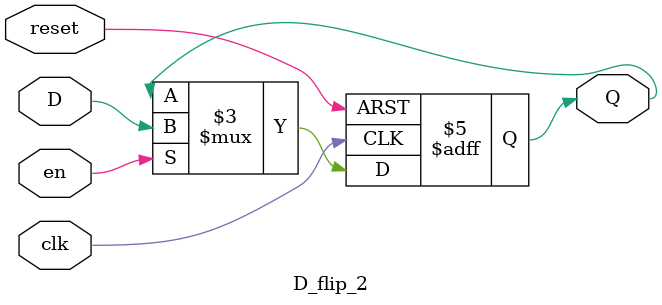
<source format=sv>
`timescale 1ns / 1ps


module D_flip_2(
    input D,       // Data input
    input clk,     // Clock input
    input en,      // Enable input
    input reset,   // Active-low reset input
    output reg Q   // Output
);

    always @(posedge clk or negedge reset) begin
        if (~reset)
            Q <= 0;  // Reset the output to 0
        else if (en)
            Q <= D;  // If enabled, capture the value of D on the clock edge
    end

endmodule

</source>
